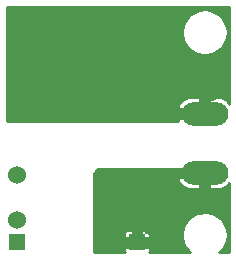
<source format=gbl>
G04 (created by PCBNEW (2013-07-07 BZR 4022)-stable) date 28/12/2014 00:49:19*
%MOIN*%
G04 Gerber Fmt 3.4, Leading zero omitted, Abs format*
%FSLAX34Y34*%
G01*
G70*
G90*
G04 APERTURE LIST*
%ADD10C,0.00590551*%
%ADD11C,0.06*%
%ADD12O,0.156X0.078*%
%ADD13R,0.055X0.055*%
%ADD14C,0.0607*%
%ADD15C,0.012*%
%ADD16C,0.01*%
G04 APERTURE END LIST*
G54D10*
G54D11*
X81250Y-66750D03*
X81250Y-68250D03*
G54D12*
X87500Y-64710D03*
X87500Y-66680D03*
G54D13*
X85250Y-69000D03*
X81250Y-69000D03*
G54D14*
X86250Y-69000D03*
X85750Y-68500D03*
X85250Y-68000D03*
X84750Y-67500D03*
X85250Y-67000D03*
X85750Y-67500D03*
X86250Y-67000D03*
X86750Y-67500D03*
X87750Y-67500D03*
X81250Y-61500D03*
X82250Y-61500D03*
X83250Y-61500D03*
X84250Y-61500D03*
X85250Y-61500D03*
X86250Y-61500D03*
X85750Y-62000D03*
X86250Y-62500D03*
X84750Y-62000D03*
X83750Y-62000D03*
X82750Y-62000D03*
X81750Y-62000D03*
X81250Y-62500D03*
X82250Y-62500D03*
X83250Y-62500D03*
X84250Y-62500D03*
X85250Y-62500D03*
X86750Y-63000D03*
X87250Y-63500D03*
X87750Y-64000D03*
X86750Y-64000D03*
X86250Y-63500D03*
X85750Y-63000D03*
X85250Y-63500D03*
X84750Y-63000D03*
X84250Y-63500D03*
X83750Y-63000D03*
X83250Y-63500D03*
X82750Y-63000D03*
X82250Y-63500D03*
X81750Y-63000D03*
X81250Y-63500D03*
X81250Y-64500D03*
X81750Y-64000D03*
X82250Y-64500D03*
X82750Y-64000D03*
X83250Y-64500D03*
X83750Y-64000D03*
X84250Y-64500D03*
X84750Y-64000D03*
X85250Y-64500D03*
X85750Y-64000D03*
X86250Y-64500D03*
G54D15*
X87500Y-66680D02*
X86570Y-66680D01*
X85750Y-68500D02*
X86250Y-69000D01*
X84750Y-67500D02*
X85250Y-68000D01*
X85750Y-67500D02*
X85250Y-67000D01*
X86570Y-66680D02*
X86250Y-67000D01*
X85750Y-62000D02*
X86250Y-61500D01*
X82250Y-61500D02*
X81250Y-61500D01*
X84250Y-61500D02*
X83250Y-61500D01*
X86250Y-61500D02*
X85250Y-61500D01*
X85750Y-62000D02*
X86250Y-62500D01*
X86750Y-63000D02*
X86250Y-62500D01*
X84750Y-62000D02*
X85750Y-62000D01*
X82750Y-62000D02*
X83750Y-62000D01*
X81250Y-62500D02*
X81750Y-62000D01*
X83250Y-62500D02*
X82250Y-62500D01*
X85250Y-62500D02*
X84250Y-62500D01*
X87250Y-63500D02*
X86750Y-63000D01*
X86750Y-64000D02*
X87250Y-63500D01*
X85750Y-63000D02*
X86250Y-63500D01*
X84750Y-63000D02*
X85250Y-63500D01*
X83750Y-63000D02*
X84250Y-63500D01*
X82750Y-63000D02*
X83250Y-63500D01*
X81750Y-63000D02*
X82250Y-63500D01*
X81250Y-64500D02*
X81250Y-63500D01*
X82250Y-64500D02*
X81750Y-64000D01*
X83250Y-64500D02*
X82750Y-64000D01*
X84250Y-64500D02*
X83750Y-64000D01*
X85250Y-64500D02*
X84750Y-64000D01*
X86250Y-64500D02*
X85750Y-64000D01*
G54D10*
G36*
X88330Y-64378D02*
X88266Y-64305D01*
X88266Y-62032D01*
X88266Y-62000D01*
X88266Y-61967D01*
X88266Y-61966D01*
X88266Y-61966D01*
X88220Y-61737D01*
X88195Y-61675D01*
X88194Y-61675D01*
X88065Y-61482D01*
X88065Y-61481D01*
X88018Y-61434D01*
X87823Y-61304D01*
X87762Y-61279D01*
X87761Y-61279D01*
X87533Y-61233D01*
X87532Y-61233D01*
X87466Y-61233D01*
X87237Y-61279D01*
X87175Y-61304D01*
X87175Y-61305D01*
X86982Y-61434D01*
X86981Y-61434D01*
X86934Y-61481D01*
X86804Y-61676D01*
X86779Y-61737D01*
X86779Y-61738D01*
X86733Y-61966D01*
X86733Y-61966D01*
X86733Y-61967D01*
X86733Y-62000D01*
X86733Y-62032D01*
X86733Y-62033D01*
X86733Y-62033D01*
X86779Y-62261D01*
X86779Y-62262D01*
X86804Y-62323D01*
X86934Y-62518D01*
X86981Y-62565D01*
X86982Y-62565D01*
X87175Y-62694D01*
X87175Y-62695D01*
X87237Y-62720D01*
X87466Y-62766D01*
X87532Y-62766D01*
X87533Y-62766D01*
X87761Y-62720D01*
X87762Y-62720D01*
X87823Y-62695D01*
X88018Y-62565D01*
X88065Y-62518D01*
X88065Y-62517D01*
X88194Y-62324D01*
X88195Y-62324D01*
X88220Y-62262D01*
X88266Y-62033D01*
X88266Y-62033D01*
X88266Y-62032D01*
X88266Y-64305D01*
X88235Y-64268D01*
X88040Y-64170D01*
X87650Y-64170D01*
X87650Y-64560D01*
X87657Y-64560D01*
X87657Y-64860D01*
X87650Y-64860D01*
X87650Y-64867D01*
X87350Y-64867D01*
X87350Y-64860D01*
X87350Y-64560D01*
X87350Y-64170D01*
X86960Y-64170D01*
X86764Y-64268D01*
X86622Y-64434D01*
X86621Y-64480D01*
X86630Y-64560D01*
X87350Y-64560D01*
X87350Y-64860D01*
X86630Y-64860D01*
X86621Y-64939D01*
X86621Y-64950D01*
X80919Y-64950D01*
X80919Y-61169D01*
X88330Y-61169D01*
X88330Y-64378D01*
X88330Y-64378D01*
G37*
G54D16*
X88330Y-64378D02*
X88266Y-64305D01*
X88266Y-62032D01*
X88266Y-62000D01*
X88266Y-61967D01*
X88266Y-61966D01*
X88266Y-61966D01*
X88220Y-61737D01*
X88195Y-61675D01*
X88194Y-61675D01*
X88065Y-61482D01*
X88065Y-61481D01*
X88018Y-61434D01*
X87823Y-61304D01*
X87762Y-61279D01*
X87761Y-61279D01*
X87533Y-61233D01*
X87532Y-61233D01*
X87466Y-61233D01*
X87237Y-61279D01*
X87175Y-61304D01*
X87175Y-61305D01*
X86982Y-61434D01*
X86981Y-61434D01*
X86934Y-61481D01*
X86804Y-61676D01*
X86779Y-61737D01*
X86779Y-61738D01*
X86733Y-61966D01*
X86733Y-61966D01*
X86733Y-61967D01*
X86733Y-62000D01*
X86733Y-62032D01*
X86733Y-62033D01*
X86733Y-62033D01*
X86779Y-62261D01*
X86779Y-62262D01*
X86804Y-62323D01*
X86934Y-62518D01*
X86981Y-62565D01*
X86982Y-62565D01*
X87175Y-62694D01*
X87175Y-62695D01*
X87237Y-62720D01*
X87466Y-62766D01*
X87532Y-62766D01*
X87533Y-62766D01*
X87761Y-62720D01*
X87762Y-62720D01*
X87823Y-62695D01*
X88018Y-62565D01*
X88065Y-62518D01*
X88065Y-62517D01*
X88194Y-62324D01*
X88195Y-62324D01*
X88220Y-62262D01*
X88266Y-62033D01*
X88266Y-62033D01*
X88266Y-62032D01*
X88266Y-64305D01*
X88235Y-64268D01*
X88040Y-64170D01*
X87650Y-64170D01*
X87650Y-64560D01*
X87657Y-64560D01*
X87657Y-64860D01*
X87650Y-64860D01*
X87650Y-64867D01*
X87350Y-64867D01*
X87350Y-64860D01*
X87350Y-64560D01*
X87350Y-64170D01*
X86960Y-64170D01*
X86764Y-64268D01*
X86622Y-64434D01*
X86621Y-64480D01*
X86630Y-64560D01*
X87350Y-64560D01*
X87350Y-64860D01*
X86630Y-64860D01*
X86621Y-64939D01*
X86621Y-64950D01*
X80919Y-64950D01*
X80919Y-61169D01*
X88330Y-61169D01*
X88330Y-64378D01*
G54D10*
G36*
X88330Y-69330D02*
X87996Y-69330D01*
X88018Y-69315D01*
X88065Y-69268D01*
X88065Y-69267D01*
X88194Y-69074D01*
X88195Y-69074D01*
X88220Y-69012D01*
X88266Y-68783D01*
X88266Y-68783D01*
X88266Y-68782D01*
X88266Y-68750D01*
X88266Y-68717D01*
X88266Y-68716D01*
X88266Y-68716D01*
X88220Y-68487D01*
X88195Y-68425D01*
X88194Y-68425D01*
X88065Y-68232D01*
X88065Y-68231D01*
X88018Y-68184D01*
X87823Y-68054D01*
X87762Y-68029D01*
X87761Y-68029D01*
X87533Y-67983D01*
X87532Y-67983D01*
X87466Y-67983D01*
X87350Y-68006D01*
X87350Y-67220D01*
X87350Y-66830D01*
X86630Y-66830D01*
X86621Y-66909D01*
X86622Y-66955D01*
X86764Y-67121D01*
X86960Y-67220D01*
X87350Y-67220D01*
X87350Y-68006D01*
X87237Y-68029D01*
X87175Y-68054D01*
X87175Y-68055D01*
X86982Y-68184D01*
X86981Y-68184D01*
X86934Y-68231D01*
X86804Y-68426D01*
X86779Y-68487D01*
X86779Y-68488D01*
X86733Y-68716D01*
X86733Y-68716D01*
X86733Y-68717D01*
X86733Y-68750D01*
X86733Y-68782D01*
X86733Y-68783D01*
X86733Y-68783D01*
X86779Y-69011D01*
X86779Y-69012D01*
X86804Y-69073D01*
X86934Y-69268D01*
X86981Y-69315D01*
X86982Y-69315D01*
X87003Y-69330D01*
X85664Y-69330D01*
X85674Y-69304D01*
X85675Y-69245D01*
X85675Y-68754D01*
X85674Y-68695D01*
X85652Y-68639D01*
X85609Y-68597D01*
X85554Y-68574D01*
X85425Y-68575D01*
X85387Y-68612D01*
X85387Y-68862D01*
X85637Y-68862D01*
X85675Y-68825D01*
X85675Y-68754D01*
X85675Y-69245D01*
X85675Y-69175D01*
X85637Y-69137D01*
X85387Y-69137D01*
X85387Y-69157D01*
X85112Y-69157D01*
X85112Y-69137D01*
X85112Y-68862D01*
X85112Y-68612D01*
X85075Y-68575D01*
X84945Y-68574D01*
X84890Y-68597D01*
X84847Y-68639D01*
X84825Y-68695D01*
X84824Y-68754D01*
X84825Y-68825D01*
X84862Y-68862D01*
X85112Y-68862D01*
X85112Y-69137D01*
X84862Y-69137D01*
X84825Y-69175D01*
X84824Y-69245D01*
X84825Y-69304D01*
X84835Y-69330D01*
X83800Y-69330D01*
X83800Y-66804D01*
X83819Y-66704D01*
X83873Y-66623D01*
X83954Y-66569D01*
X84054Y-66550D01*
X87657Y-66550D01*
X87657Y-66830D01*
X87650Y-66830D01*
X87650Y-67220D01*
X88040Y-67220D01*
X88235Y-67121D01*
X88330Y-67011D01*
X88330Y-69330D01*
X88330Y-69330D01*
G37*
G54D16*
X88330Y-69330D02*
X87996Y-69330D01*
X88018Y-69315D01*
X88065Y-69268D01*
X88065Y-69267D01*
X88194Y-69074D01*
X88195Y-69074D01*
X88220Y-69012D01*
X88266Y-68783D01*
X88266Y-68783D01*
X88266Y-68782D01*
X88266Y-68750D01*
X88266Y-68717D01*
X88266Y-68716D01*
X88266Y-68716D01*
X88220Y-68487D01*
X88195Y-68425D01*
X88194Y-68425D01*
X88065Y-68232D01*
X88065Y-68231D01*
X88018Y-68184D01*
X87823Y-68054D01*
X87762Y-68029D01*
X87761Y-68029D01*
X87533Y-67983D01*
X87532Y-67983D01*
X87466Y-67983D01*
X87350Y-68006D01*
X87350Y-67220D01*
X87350Y-66830D01*
X86630Y-66830D01*
X86621Y-66909D01*
X86622Y-66955D01*
X86764Y-67121D01*
X86960Y-67220D01*
X87350Y-67220D01*
X87350Y-68006D01*
X87237Y-68029D01*
X87175Y-68054D01*
X87175Y-68055D01*
X86982Y-68184D01*
X86981Y-68184D01*
X86934Y-68231D01*
X86804Y-68426D01*
X86779Y-68487D01*
X86779Y-68488D01*
X86733Y-68716D01*
X86733Y-68716D01*
X86733Y-68717D01*
X86733Y-68750D01*
X86733Y-68782D01*
X86733Y-68783D01*
X86733Y-68783D01*
X86779Y-69011D01*
X86779Y-69012D01*
X86804Y-69073D01*
X86934Y-69268D01*
X86981Y-69315D01*
X86982Y-69315D01*
X87003Y-69330D01*
X85664Y-69330D01*
X85674Y-69304D01*
X85675Y-69245D01*
X85675Y-68754D01*
X85674Y-68695D01*
X85652Y-68639D01*
X85609Y-68597D01*
X85554Y-68574D01*
X85425Y-68575D01*
X85387Y-68612D01*
X85387Y-68862D01*
X85637Y-68862D01*
X85675Y-68825D01*
X85675Y-68754D01*
X85675Y-69245D01*
X85675Y-69175D01*
X85637Y-69137D01*
X85387Y-69137D01*
X85387Y-69157D01*
X85112Y-69157D01*
X85112Y-69137D01*
X85112Y-68862D01*
X85112Y-68612D01*
X85075Y-68575D01*
X84945Y-68574D01*
X84890Y-68597D01*
X84847Y-68639D01*
X84825Y-68695D01*
X84824Y-68754D01*
X84825Y-68825D01*
X84862Y-68862D01*
X85112Y-68862D01*
X85112Y-69137D01*
X84862Y-69137D01*
X84825Y-69175D01*
X84824Y-69245D01*
X84825Y-69304D01*
X84835Y-69330D01*
X83800Y-69330D01*
X83800Y-66804D01*
X83819Y-66704D01*
X83873Y-66623D01*
X83954Y-66569D01*
X84054Y-66550D01*
X87657Y-66550D01*
X87657Y-66830D01*
X87650Y-66830D01*
X87650Y-67220D01*
X88040Y-67220D01*
X88235Y-67121D01*
X88330Y-67011D01*
X88330Y-69330D01*
M02*

</source>
